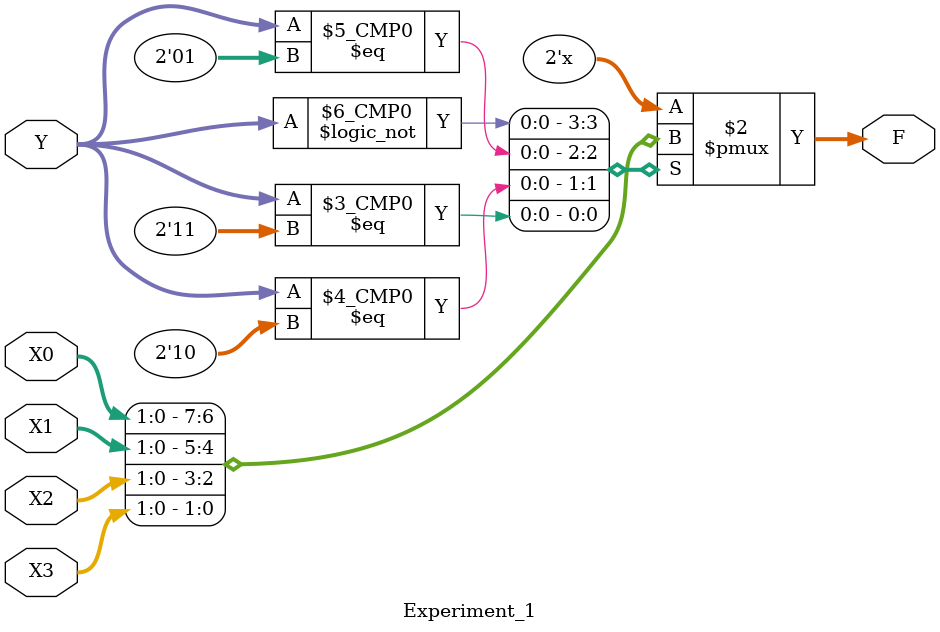
<source format=v>
module Experiment_1(
	input [1:0] X0,
	input [1:0] X1,
	input [1:0] X2,
	input [1:0] X3,
	input [1:0] Y,
	output reg [1:0] F
);
	always @ (X0 or X1 or X2 or X3 or Y)
		case(Y)
			2'b00: F = X0;
			2'b01: F = X1;
			2'b10: F = X2;
			2'b11: F = X3;
			default : F = 2'b00;
		endcase

endmodule
</source>
